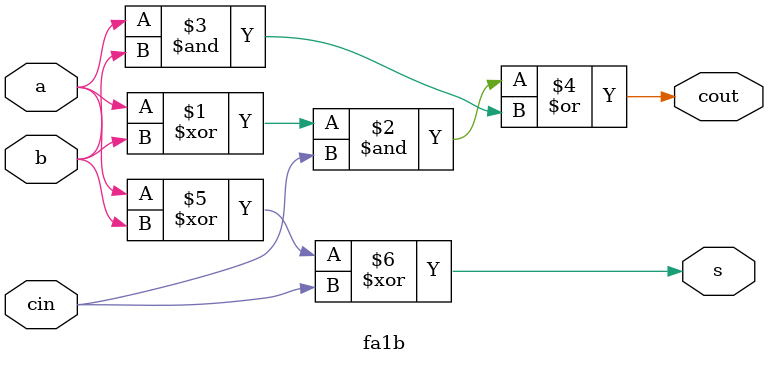
<source format=v>
module fa1b(input a,b,cin,output s,cout);
  
  
  assign cout=((a^b)&cin)|(a&b);
  assign s=(a^b)^cin;
  
endmodule



</source>
